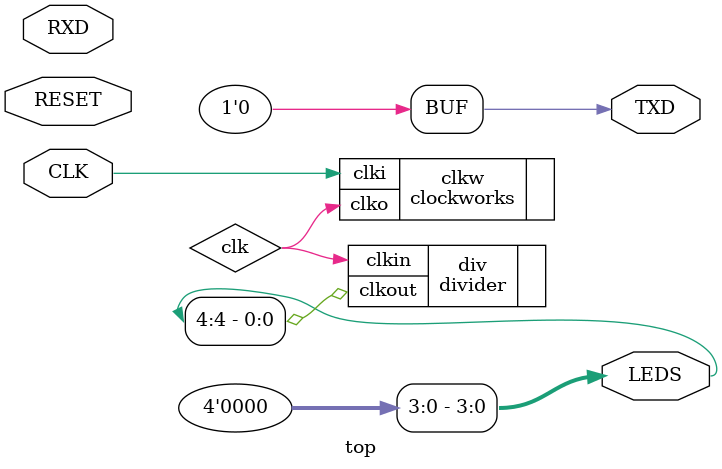
<source format=v>
/**
 * Step 2: Blinker (slower version)
 * DONE*
 */

`default_nettype none
`include "clockworks.v"
`include "divider.v"

module top (
    input  CLK,        // system clock 
    input  RESET,      // reset button
    output [4:0] LEDS, // system LEDs
    input  RXD,        // UART receive
    output TXD         // UART transmit
);

  wire clk;    // internal clock
  wire resetn; // internal reset signal, goes low on reset

  assign LEDS[0] = 1'b0;
  assign LEDS[1] = 1'b0;
  assign LEDS[2] = 1'b0;
  assign LEDS[3] = 1'b0;

  // A blinker that counts on 5 bits, wired to the 5 LEDs
  // reg [4:0] count = 0;
  // always @(posedge clk) begin
  //   count <= !resetn ? 0 : count + 1;
  // end

  // Clock gearbox (to let you see what happens)
  // and reset circuitry (to workaround an
  // initialization problem with Ice40)
  // Clockworks #(
  //   .SLOW(21) // Divide clock frequency by 2^21
  // )CW(
  //   .CLK(CLK),
  //   .RESET(RESET),
  //   .clk(clk),
  //   .resetn(resetn)
  // );
  //

  clockworks clkw(.clki(CLK), .clko(clk));

  divider #(.SLOW(5'd22)) div(.clkin(clk), .clkout(LEDS[4]));

  // assign LEDS = count;
  assign TXD  = 1'b0; // not used for now   

  // femtoPLL #(.freq(40)) pll(.pclk(CLK), .clk(clko));

endmodule

</source>
